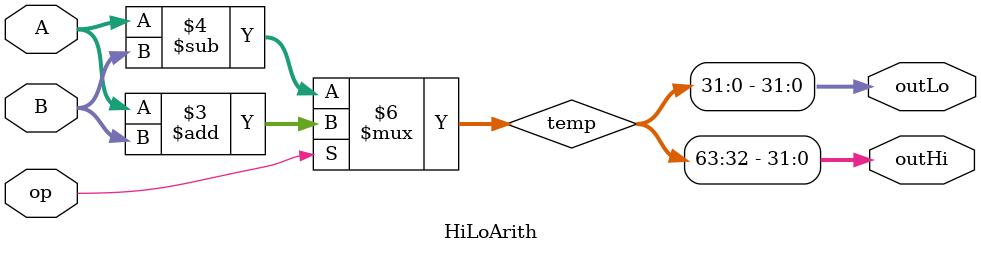
<source format=v>
`timescale 1ns / 1ps
module HiLoArith(A, B, outHi, outLo, op);
    input [63:0] A, B;
    input op;
    
    reg [63:0] temp;
    
    output reg[31:0] outHi, outLo;
    
    always@(*) begin
        if(op == 1)
            temp = A + B;
        else 
            temp = A - B;
        
        outHi <= temp[63:32];
        outLo <= temp[31:0];
    end
endmodule

</source>
